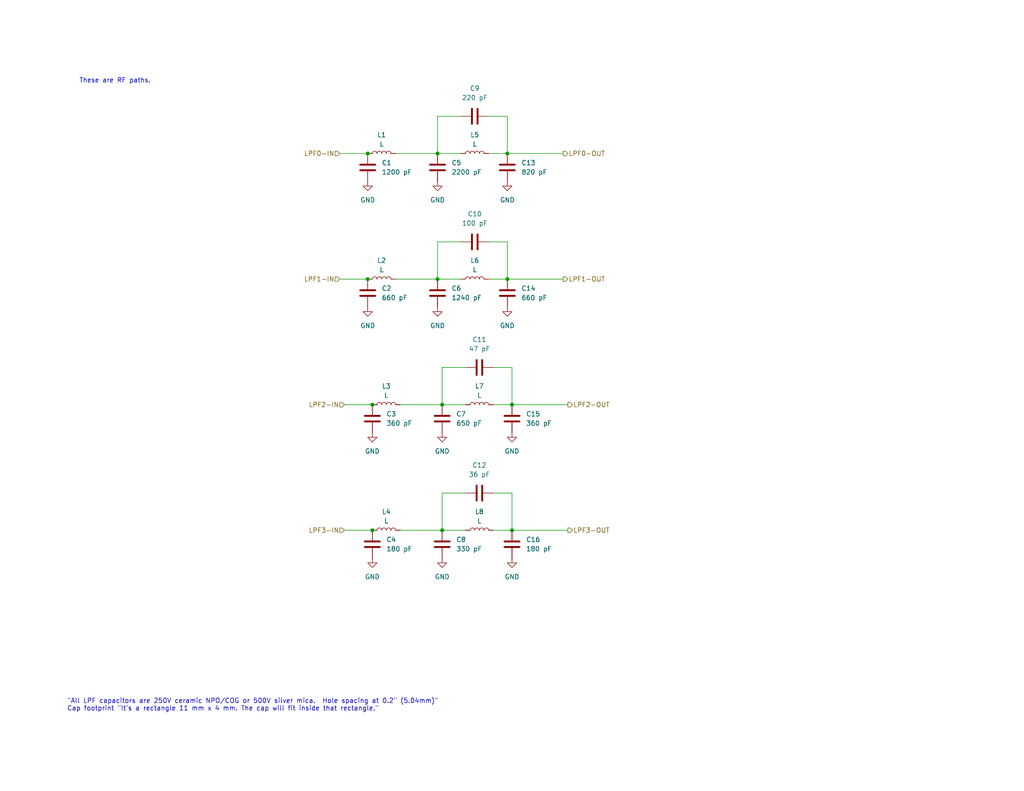
<source format=kicad_sch>
(kicad_sch (version 20231120) (generator "eeschema") (generator_version "8.0")
  (paper "USLetter")
  (title_block (title "QMX+ Amp") (date "2024-08-19") (rev "v0.9") (company "WA7GIL"))
  (lib_symbols
    (symbol "Device:C" (pin_numbers hide) (pin_names (offset 0.254))
      (property "Reference" "C" (at 0.635 2.54 0))
      (property "Value" "C" (at 0.635 -2.54 0))
      (symbol "C_0_1"
        (polyline (pts (xy -2.032 -0.762) (xy 2.032 -0.762)) (stroke (width 0.508)))
        (polyline (pts (xy -2.032 0.762) (xy 2.032 0.762)) (stroke (width 0.508)))
      )
      (symbol "C_1_1"
        (pin passive line (at 0 3.81 270) (length 2.794) (name "~") (number "1"))
        (pin passive line (at 0 -3.81 90) (length 2.794) (name "~") (number "2"))
      )
    )
    (symbol "Device:L" (pin_numbers hide) (pin_names (offset 1.016) hide)
      (property "Reference" "L" (at -1.27 0 90))
      (property "Value" "L" (at 1.905 0 90))
      (symbol "L_0_1"
        (arc (start 0 -2.54) (mid 0.6323 -1.905) (end 0 -1.27))
        (arc (start 0 -1.27) (mid 0.6323 -0.635) (end 0 0))
        (arc (start 0 0) (mid 0.6323 0.635) (end 0 1.27))
        (arc (start 0 1.27) (mid 0.6323 1.905) (end 0 2.54))
      )
      (symbol "L_1_1"
        (pin passive line (at 0 3.81 270) (length 1.27) (name "1") (number "1"))
        (pin passive line (at 0 -3.81 90) (length 1.27) (name "2") (number "2"))
      )
    )
    (symbol "power:GND" (power) (pin_numbers hide) (pin_names (offset 0) hide)
      (property "Value" "GND" (at 0 -3.81 0))
      (symbol "GND_0_1"
        (polyline (pts (xy 0 0) (xy 0 -1.27) (xy 1.27 -1.27) (xy 0 -2.54) (xy -1.27 -1.27) (xy 0 -1.27)))
      )
      (symbol "GND_1_1"
        (pin power_in line (at 0 0 270) (length 0) (name "~") (number "1"))
      )
    )
  )
  (junction (at 138.43 41.91))
  (junction (at 139.7 110.49))
  (junction (at 101.6 144.78))
  (junction (at 119.38 41.91))
  (junction (at 120.65 110.49))
  (junction (at 139.7 144.78))
  (junction (at 101.6 110.49))
  (junction (at 100.33 41.91))
  (junction (at 120.65 144.78))
  (junction (at 100.33 76.2))
  (junction (at 138.43 76.2))
  (junction (at 119.38 76.2))
  (wire (pts (xy 119.38 31.75) (xy 119.38 41.91)))
  (wire (pts (xy 119.38 41.91) (xy 125.73 41.91)))
  (wire (pts (xy 133.35 41.91) (xy 138.43 41.91)))
  (wire (pts (xy 120.65 134.62) (xy 120.65 144.78)))
  (wire (pts (xy 138.43 31.75) (xy 138.43 41.91)))
  (wire (pts (xy 125.73 31.75) (xy 119.38 31.75)))
  (wire (pts (xy 133.35 66.04) (xy 138.43 66.04)))
  (wire (pts (xy 109.22 144.78) (xy 120.65 144.78)))
  (wire (pts (xy 120.65 110.49) (xy 127 110.49)))
  (wire (pts (xy 133.35 76.2) (xy 138.43 76.2)))
  (wire (pts (xy 92.71 76.2) (xy 100.33 76.2)))
  (wire (pts (xy 127 134.62) (xy 120.65 134.62)))
  (wire (pts (xy 139.7 100.33) (xy 139.7 110.49)))
  (wire (pts (xy 119.38 66.04) (xy 119.38 76.2)))
  (wire (pts (xy 139.7 110.49) (xy 154.94 110.49)))
  (wire (pts (xy 125.73 66.04) (xy 119.38 66.04)))
  (wire (pts (xy 109.22 110.49) (xy 120.65 110.49)))
  (wire (pts (xy 134.62 100.33) (xy 139.7 100.33)))
  (wire (pts (xy 107.95 41.91) (xy 119.38 41.91)))
  (wire (pts (xy 127 100.33) (xy 120.65 100.33)))
  (wire (pts (xy 120.65 100.33) (xy 120.65 110.49)))
  (wire (pts (xy 139.7 144.78) (xy 154.94 144.78)))
  (wire (pts (xy 133.35 31.75) (xy 138.43 31.75)))
  (wire (pts (xy 120.65 144.78) (xy 127 144.78)))
  (wire (pts (xy 138.43 41.91) (xy 153.67 41.91)))
  (wire (pts (xy 134.62 144.78) (xy 139.7 144.78)))
  (wire (pts (xy 139.7 134.62) (xy 139.7 144.78)))
  (wire (pts (xy 93.98 144.78) (xy 101.6 144.78)))
  (wire (pts (xy 93.98 110.49) (xy 101.6 110.49)))
  (wire (pts (xy 92.71 41.91) (xy 100.33 41.91)))
  (wire (pts (xy 119.38 76.2) (xy 125.73 76.2)))
  (wire (pts (xy 134.62 110.49) (xy 139.7 110.49)))
  (wire (pts (xy 138.43 76.2) (xy 153.67 76.2)))
  (wire (pts (xy 138.43 66.04) (xy 138.43 76.2)))
  (wire (pts (xy 134.62 134.62) (xy 139.7 134.62)))
  (wire (pts (xy 107.95 76.2) (xy 119.38 76.2)))
  (text "These are RF paths." (at 21.59 22.098 0) (effects (font (size 1.27 1.27)) (justify left)))
  (text "\"All LPF capacitors are 250V ceramic NPO/COG or 500V silver mica.  Hole spacing at 0.2\" (5.04mm)\"\nCap footprint \"It's a rectangle 11 mm x 4 mm. The cap will fit inside that rectangle.\"" (at 18.288 192.532 0) (effects (font (size 1.27 1.27)) (justify left)))
  (hierarchical_label "LPF0-OUT" (shape output) (at 153.67 41.91 0))
  (hierarchical_label "LPF3-IN" (shape input) (at 93.98 144.78 180))
  (hierarchical_label "LPF2-IN" (shape input) (at 93.98 110.49 180))
  (hierarchical_label "LPF0-IN" (shape input) (at 92.71 41.91 180))
  (hierarchical_label "LPF1-IN" (shape input) (at 92.71 76.2 180))
  (hierarchical_label "LPF1-OUT" (shape output) (at 153.67 76.2 0))
  (hierarchical_label "LPF2-OUT" (shape output) (at 154.94 110.49 0))
  (hierarchical_label "LPF3-OUT" (shape output) (at 154.94 144.78 0))
  (symbol (lib_id "Device:C") (at 100.33 45.72 0) (unit 1)
    (property "Reference" "C1" (at 104.14 44.4499 0) (effects (justify left)))
    (property "Value" "1200 pF" (at 104.14 46.9899 0) (effects (justify left)))
    (property "Footprint" "ZZZMyLibrary:C_Disc_D11.0mm_W4.0mm_P5.00mm" (effects (hide yes)))
    (property "Description" "Unpolarized capacitor" (effects (hide yes)))
  )
  (symbol (lib_id "power:GND") (at 100.33 83.82 0) (unit 1)
    (property "Reference" "#PWR019" (effects (hide yes)))
    (property "Value" "GND" (at 100.33 88.9 0))
    (property "Description" "Power symbol creates a global label with name \"GND\" , ground" (effects (hide yes)))
  )
  (symbol (lib_id "Device:C") (at 129.54 31.75 90) (unit 1)
    (property "Reference" "C9" (at 129.54 24.13 90))
    (property "Value" "220 pF" (at 129.54 26.67 90))
    (property "Footprint" "ZZZMyLibrary:C_Disc_D11.0mm_W4.0mm_P5.00mm" (effects (hide yes)))
    (property "Description" "Unpolarized capacitor" (effects (hide yes)))
  )
  (symbol (lib_id "power:GND") (at 138.43 83.82 0) (unit 1)
    (property "Reference" "#PWR027" (effects (hide yes)))
    (property "Value" "GND" (at 138.43 88.9 0))
    (property "Description" "Power symbol creates a global label with name \"GND\" , ground" (effects (hide yes)))
  )
  (symbol (lib_id "power:GND") (at 139.7 118.11 0) (unit 1)
    (property "Reference" "#PWR028" (effects (hide yes)))
    (property "Value" "GND" (at 139.7 123.19 0))
    (property "Description" "Power symbol creates a global label with name \"GND\" , ground" (effects (hide yes)))
  )
  (symbol (lib_id "Device:C") (at 138.43 45.72 0) (unit 1)
    (property "Reference" "C13" (at 142.24 44.4499 0) (effects (justify left)))
    (property "Value" "820 pF" (at 142.24 46.9899 0) (effects (justify left)))
    (property "Footprint" "ZZZMyLibrary:C_Disc_D11.0mm_W4.0mm_P5.00mm" (effects (hide yes)))
    (property "Description" "Unpolarized capacitor" (effects (hide yes)))
  )
  (symbol (lib_id "Device:L") (at 104.14 76.2 90) (unit 1)
    (property "Reference" "L2" (at 104.14 71.12 90))
    (property "Value" "L" (at 104.14 73.66 90))
    (property "Footprint" "ZZZMyLibrary:Toroid_T50_Vertical_L14.0mm_W5.6mm" (effects (hide yes)))
    (property "Description" "Inductor" (effects (hide yes)))
  )
  (symbol (lib_id "power:GND") (at 120.65 118.11 0) (unit 1)
    (property "Reference" "#PWR024" (effects (hide yes)))
    (property "Value" "GND" (at 120.65 123.19 0))
    (property "Description" "Power symbol creates a global label with name \"GND\" , ground" (effects (hide yes)))
  )
  (symbol (lib_id "power:GND") (at 138.43 49.53 0) (unit 1)
    (property "Reference" "#PWR026" (effects (hide yes)))
    (property "Value" "GND" (at 138.43 54.61 0))
    (property "Description" "Power symbol creates a global label with name \"GND\" , ground" (effects (hide yes)))
  )
  (symbol (lib_id "Device:L") (at 104.14 41.91 90) (unit 1)
    (property "Reference" "L1" (at 104.14 36.83 90))
    (property "Value" "L" (at 104.14 39.37 90))
    (property "Footprint" "ZZZMyLibrary:Toroid_T50_Vertical_L14.0mm_W5.6mm" (effects (hide yes)))
    (property "Description" "Inductor" (effects (hide yes)))
  )
  (symbol (lib_id "Device:L") (at 129.54 76.2 90) (unit 1)
    (property "Reference" "L6" (at 129.54 71.12 90))
    (property "Value" "L" (at 129.54 73.66 90))
    (property "Footprint" "ZZZMyLibrary:Toroid_T50_Vertical_L14.0mm_W5.6mm" (effects (hide yes)))
    (property "Description" "Inductor" (effects (hide yes)))
  )
  (symbol (lib_id "Device:C") (at 120.65 148.59 0) (unit 1)
    (property "Reference" "C8" (at 124.46 147.3199 0) (effects (justify left)))
    (property "Value" "330 pF" (at 124.46 149.8599 0) (effects (justify left)))
    (property "Footprint" "ZZZMyLibrary:C_Disc_D11.0mm_W4.0mm_P5.00mm" (effects (hide yes)))
    (property "Description" "Unpolarized capacitor" (effects (hide yes)))
  )
  (symbol (lib_id "Device:C") (at 101.6 148.59 0) (unit 1)
    (property "Reference" "C4" (at 105.41 147.3199 0) (effects (justify left)))
    (property "Value" "180 pF" (at 105.41 149.8599 0) (effects (justify left)))
    (property "Footprint" "ZZZMyLibrary:C_Disc_D11.0mm_W4.0mm_P5.00mm" (effects (hide yes)))
    (property "Description" "Unpolarized capacitor" (effects (hide yes)))
  )
  (symbol (lib_id "Device:C") (at 129.54 66.04 90) (unit 1)
    (property "Reference" "C10" (at 129.54 58.42 90))
    (property "Value" "100 pF" (at 129.54 60.96 90))
    (property "Footprint" "ZZZMyLibrary:C_Disc_D11.0mm_W4.0mm_P5.00mm" (effects (hide yes)))
    (property "Description" "Unpolarized capacitor" (effects (hide yes)))
  )
  (symbol (lib_id "Device:C") (at 120.65 114.3 0) (unit 1)
    (property "Reference" "C7" (at 124.46 113.0299 0) (effects (justify left)))
    (property "Value" "650 pF" (at 124.46 115.5699 0) (effects (justify left)))
    (property "Footprint" "ZZZMyLibrary:C_Disc_D11.0mm_W4.0mm_P5.00mm" (effects (hide yes)))
    (property "Description" "Unpolarized capacitor" (effects (hide yes)))
  )
  (symbol (lib_id "Device:C") (at 130.81 100.33 90) (unit 1)
    (property "Reference" "C11" (at 130.81 92.71 90))
    (property "Value" "47 pF" (at 130.81 95.25 90))
    (property "Footprint" "ZZZMyLibrary:C_Disc_D11.0mm_W4.0mm_P5.00mm" (effects (hide yes)))
    (property "Description" "Unpolarized capacitor" (effects (hide yes)))
  )
  (symbol (lib_id "Device:C") (at 119.38 45.72 180) (unit 1)
    (property "Reference" "C5" (at 123.19 44.4499 0) (effects (justify right)))
    (property "Value" "2200 pF" (at 123.19 46.9899 0) (effects (justify right)))
    (property "Footprint" "ZZZMyLibrary:C_Disc_D11.0mm_W4.0mm_P5.00mm" (effects (hide yes)))
    (property "Description" "Unpolarized capacitor" (effects (hide yes)))
  )
  (symbol (lib_id "power:GND") (at 139.7 152.4 0) (unit 1)
    (property "Reference" "#PWR029" (effects (hide yes)))
    (property "Value" "GND" (at 139.7 157.48 0))
    (property "Description" "Power symbol creates a global label with name \"GND\" , ground" (effects (hide yes)))
  )
  (symbol (lib_id "power:GND") (at 101.6 118.11 0) (unit 1)
    (property "Reference" "#PWR020" (effects (hide yes)))
    (property "Value" "GND" (at 101.6 123.19 0))
    (property "Description" "Power symbol creates a global label with name \"GND\" , ground" (effects (hide yes)))
  )
  (symbol (lib_id "Device:C") (at 101.6 114.3 0) (unit 1)
    (property "Reference" "C3" (at 105.41 113.0299 0) (effects (justify left)))
    (property "Value" "360 pF" (at 105.41 115.5699 0) (effects (justify left)))
    (property "Footprint" "ZZZMyLibrary:C_Disc_D11.0mm_W4.0mm_P5.00mm" (effects (hide yes)))
    (property "Description" "Unpolarized capacitor" (effects (hide yes)))
  )
  (symbol (lib_id "Device:L") (at 105.41 144.78 90) (unit 1)
    (property "Reference" "L4" (at 105.41 139.7 90))
    (property "Value" "L" (at 105.41 142.24 90))
    (property "Footprint" "ZZZMyLibrary:Toroid_T50_Vertical_L14.0mm_W5.6mm" (effects (hide yes)))
    (property "Description" "Inductor" (effects (hide yes)))
  )
  (symbol (lib_id "power:GND") (at 101.6 152.4 0) (unit 1)
    (property "Reference" "#PWR021" (effects (hide yes)))
    (property "Value" "GND" (at 101.6 157.48 0))
    (property "Description" "Power symbol creates a global label with name \"GND\" , ground" (effects (hide yes)))
  )
  (symbol (lib_id "Device:C") (at 139.7 148.59 0) (unit 1)
    (property "Reference" "C16" (at 143.51 147.3199 0) (effects (justify left)))
    (property "Value" "180 pF" (at 143.51 149.8599 0) (effects (justify left)))
    (property "Footprint" "ZZZMyLibrary:C_Disc_D11.0mm_W4.0mm_P5.00mm" (effects (hide yes)))
    (property "Description" "Unpolarized capacitor" (effects (hide yes)))
  )
  (symbol (lib_id "Device:L") (at 105.41 110.49 90) (unit 1)
    (property "Reference" "L3" (at 105.41 105.41 90))
    (property "Value" "L" (at 105.41 107.95 90))
    (property "Footprint" "ZZZMyLibrary:Toroid_T50_Vertical_L14.0mm_W5.6mm" (effects (hide yes)))
    (property "Description" "Inductor" (effects (hide yes)))
  )
  (symbol (lib_id "Device:C") (at 100.33 80.01 0) (unit 1)
    (property "Reference" "C2" (at 104.14 78.7399 0) (effects (justify left)))
    (property "Value" "660 pF" (at 104.14 81.2799 0) (effects (justify left)))
    (property "Footprint" "ZZZMyLibrary:C_Disc_D11.0mm_W4.0mm_P5.00mm" (effects (hide yes)))
    (property "Description" "Unpolarized capacitor" (effects (hide yes)))
  )
  (symbol (lib_id "power:GND") (at 120.65 152.4 0) (unit 1)
    (property "Reference" "#PWR025" (effects (hide yes)))
    (property "Value" "GND" (at 120.65 157.48 0))
    (property "Description" "Power symbol creates a global label with name \"GND\" , ground" (effects (hide yes)))
  )
  (symbol (lib_id "Device:C") (at 138.43 80.01 0) (unit 1)
    (property "Reference" "C14" (at 142.24 78.7399 0) (effects (justify left)))
    (property "Value" "660 pF" (at 142.24 81.2799 0) (effects (justify left)))
    (property "Footprint" "ZZZMyLibrary:C_Disc_D11.0mm_W4.0mm_P5.00mm" (effects (hide yes)))
    (property "Description" "Unpolarized capacitor" (effects (hide yes)))
  )
  (symbol (lib_id "Device:L") (at 129.54 41.91 90) (unit 1)
    (property "Reference" "L5" (at 129.54 36.83 90))
    (property "Value" "L" (at 129.54 39.37 90))
    (property "Footprint" "ZZZMyLibrary:Toroid_T50_Vertical_L14.0mm_W5.6mm" (effects (hide yes)))
    (property "Description" "Inductor" (effects (hide yes)))
  )
  (symbol (lib_id "power:GND") (at 119.38 83.82 0) (unit 1)
    (property "Reference" "#PWR023" (effects (hide yes)))
    (property "Value" "GND" (at 119.38 88.9 0))
    (property "Description" "Power symbol creates a global label with name \"GND\" , ground" (effects (hide yes)))
  )
  (symbol (lib_id "power:GND") (at 100.33 49.53 0) (unit 1)
    (property "Reference" "#PWR018" (effects (hide yes)))
    (property "Value" "GND" (at 100.33 54.61 0))
    (property "Description" "Power symbol creates a global label with name \"GND\" , ground" (effects (hide yes)))
  )
  (symbol (lib_id "Device:C") (at 130.81 134.62 90) (unit 1)
    (property "Reference" "C12" (at 130.81 127 90))
    (property "Value" "36 pF" (at 130.81 129.54 90))
    (property "Footprint" "ZZZMyLibrary:C_Disc_D11.0mm_W4.0mm_P5.00mm" (effects (hide yes)))
    (property "Description" "Unpolarized capacitor" (effects (hide yes)))
  )
  (symbol (lib_id "Device:C") (at 119.38 80.01 0) (unit 1)
    (property "Reference" "C6" (at 123.19 78.7399 0) (effects (justify left)))
    (property "Value" "1240 pF" (at 123.19 81.2799 0) (effects (justify left)))
    (property "Footprint" "ZZZMyLibrary:C_Disc_D11.0mm_W4.0mm_P5.00mm" (effects (hide yes)))
    (property "Description" "Unpolarized capacitor" (effects (hide yes)))
  )
  (symbol (lib_id "power:GND") (at 119.38 49.53 0) (unit 1)
    (property "Reference" "#PWR022" (effects (hide yes)))
    (property "Value" "GND" (at 119.38 54.61 0))
    (property "Description" "Power symbol creates a global label with name \"GND\" , ground" (effects (hide yes)))
  )
  (symbol (lib_id "Device:L") (at 130.81 110.49 90) (unit 1)
    (property "Reference" "L7" (at 130.81 105.41 90))
    (property "Value" "L" (at 130.81 107.95 90))
    (property "Footprint" "ZZZMyLibrary:Toroid_T50_Vertical_L14.0mm_W5.6mm" (effects (hide yes)))
    (property "Description" "Inductor" (effects (hide yes)))
  )
  (symbol (lib_id "Device:L") (at 130.81 144.78 90) (unit 1)
    (property "Reference" "L8" (at 130.81 139.7 90))
    (property "Value" "L" (at 130.81 142.24 90))
    (property "Footprint" "ZZZMyLibrary:Toroid_T50_Vertical_L14.0mm_W5.6mm" (effects (hide yes)))
    (property "Description" "Inductor" (effects (hide yes)))
  )
  (symbol (lib_id "Device:C") (at 139.7 114.3 0) (unit 1)
    (property "Reference" "C15" (at 143.51 113.0299 0) (effects (justify left)))
    (property "Value" "360 pF" (at 143.51 115.5699 0) (effects (justify left)))
    (property "Footprint" "ZZZMyLibrary:C_Disc_D11.0mm_W4.0mm_P5.00mm" (effects (hide yes)))
    (property "Description" "Unpolarized capacitor" (effects (hide yes)))
  )
)
</source>
